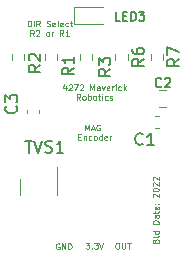
<source format=gbr>
%TF.GenerationSoftware,KiCad,Pcbnew,(6.0.6)*%
%TF.CreationDate,2022-08-09T20:17:38-04:00*%
%TF.ProjectId,4272ShaftEncoder,34323732-5368-4616-9674-456e636f6465,rev?*%
%TF.SameCoordinates,Original*%
%TF.FileFunction,Legend,Top*%
%TF.FilePolarity,Positive*%
%FSLAX46Y46*%
G04 Gerber Fmt 4.6, Leading zero omitted, Abs format (unit mm)*
G04 Created by KiCad (PCBNEW (6.0.6)) date 2022-08-09 20:17:38*
%MOMM*%
%LPD*%
G01*
G04 APERTURE LIST*
%ADD10C,0.125000*%
%ADD11C,0.100000*%
%ADD12C,0.150000*%
%ADD13C,0.120000*%
G04 APERTURE END LIST*
D10*
X150100000Y-90726190D02*
X150195238Y-90726190D01*
X150242857Y-90750000D01*
X150290476Y-90797619D01*
X150314285Y-90892857D01*
X150314285Y-91059523D01*
X150290476Y-91154761D01*
X150242857Y-91202380D01*
X150195238Y-91226190D01*
X150100000Y-91226190D01*
X150052380Y-91202380D01*
X150004761Y-91154761D01*
X149980952Y-91059523D01*
X149980952Y-90892857D01*
X150004761Y-90797619D01*
X150052380Y-90750000D01*
X150100000Y-90726190D01*
X150528571Y-90726190D02*
X150528571Y-91130952D01*
X150552380Y-91178571D01*
X150576190Y-91202380D01*
X150623809Y-91226190D01*
X150719047Y-91226190D01*
X150766666Y-91202380D01*
X150790476Y-91178571D01*
X150814285Y-91130952D01*
X150814285Y-90726190D01*
X150980952Y-90726190D02*
X151266666Y-90726190D01*
X151123809Y-91226190D02*
X151123809Y-90726190D01*
X147461904Y-90726190D02*
X147771428Y-90726190D01*
X147604761Y-90916666D01*
X147676190Y-90916666D01*
X147723809Y-90940476D01*
X147747619Y-90964285D01*
X147771428Y-91011904D01*
X147771428Y-91130952D01*
X147747619Y-91178571D01*
X147723809Y-91202380D01*
X147676190Y-91226190D01*
X147533333Y-91226190D01*
X147485714Y-91202380D01*
X147461904Y-91178571D01*
X147985714Y-91178571D02*
X148009523Y-91202380D01*
X147985714Y-91226190D01*
X147961904Y-91202380D01*
X147985714Y-91178571D01*
X147985714Y-91226190D01*
X148176190Y-90726190D02*
X148485714Y-90726190D01*
X148319047Y-90916666D01*
X148390476Y-90916666D01*
X148438095Y-90940476D01*
X148461904Y-90964285D01*
X148485714Y-91011904D01*
X148485714Y-91130952D01*
X148461904Y-91178571D01*
X148438095Y-91202380D01*
X148390476Y-91226190D01*
X148247619Y-91226190D01*
X148200000Y-91202380D01*
X148176190Y-91178571D01*
X148628571Y-90726190D02*
X148795238Y-91226190D01*
X148961904Y-90726190D01*
X145219047Y-90800000D02*
X145171428Y-90776190D01*
X145100000Y-90776190D01*
X145028571Y-90800000D01*
X144980952Y-90847619D01*
X144957142Y-90895238D01*
X144933333Y-90990476D01*
X144933333Y-91061904D01*
X144957142Y-91157142D01*
X144980952Y-91204761D01*
X145028571Y-91252380D01*
X145100000Y-91276190D01*
X145147619Y-91276190D01*
X145219047Y-91252380D01*
X145242857Y-91228571D01*
X145242857Y-91061904D01*
X145147619Y-91061904D01*
X145457142Y-91276190D02*
X145457142Y-90776190D01*
X145742857Y-91276190D01*
X145742857Y-90776190D01*
X145980952Y-91276190D02*
X145980952Y-90776190D01*
X146100000Y-90776190D01*
X146171428Y-90800000D01*
X146219047Y-90847619D01*
X146242857Y-90895238D01*
X146266666Y-90990476D01*
X146266666Y-91061904D01*
X146242857Y-91157142D01*
X146219047Y-91204761D01*
X146171428Y-91252380D01*
X146100000Y-91276190D01*
X145980952Y-91276190D01*
X142554761Y-72423690D02*
X142554761Y-71923690D01*
X142673809Y-71923690D01*
X142745238Y-71947500D01*
X142792857Y-71995119D01*
X142816666Y-72042738D01*
X142840476Y-72137976D01*
X142840476Y-72209404D01*
X142816666Y-72304642D01*
X142792857Y-72352261D01*
X142745238Y-72399880D01*
X142673809Y-72423690D01*
X142554761Y-72423690D01*
X143054761Y-72423690D02*
X143054761Y-71923690D01*
X143578571Y-72423690D02*
X143411904Y-72185595D01*
X143292857Y-72423690D02*
X143292857Y-71923690D01*
X143483333Y-71923690D01*
X143530952Y-71947500D01*
X143554761Y-71971309D01*
X143578571Y-72018928D01*
X143578571Y-72090357D01*
X143554761Y-72137976D01*
X143530952Y-72161785D01*
X143483333Y-72185595D01*
X143292857Y-72185595D01*
X144150000Y-72399880D02*
X144221428Y-72423690D01*
X144340476Y-72423690D01*
X144388095Y-72399880D01*
X144411904Y-72376071D01*
X144435714Y-72328452D01*
X144435714Y-72280833D01*
X144411904Y-72233214D01*
X144388095Y-72209404D01*
X144340476Y-72185595D01*
X144245238Y-72161785D01*
X144197619Y-72137976D01*
X144173809Y-72114166D01*
X144150000Y-72066547D01*
X144150000Y-72018928D01*
X144173809Y-71971309D01*
X144197619Y-71947500D01*
X144245238Y-71923690D01*
X144364285Y-71923690D01*
X144435714Y-71947500D01*
X144840476Y-72399880D02*
X144792857Y-72423690D01*
X144697619Y-72423690D01*
X144650000Y-72399880D01*
X144626190Y-72352261D01*
X144626190Y-72161785D01*
X144650000Y-72114166D01*
X144697619Y-72090357D01*
X144792857Y-72090357D01*
X144840476Y-72114166D01*
X144864285Y-72161785D01*
X144864285Y-72209404D01*
X144626190Y-72257023D01*
X145150000Y-72423690D02*
X145102380Y-72399880D01*
X145078571Y-72352261D01*
X145078571Y-71923690D01*
X145530952Y-72399880D02*
X145483333Y-72423690D01*
X145388095Y-72423690D01*
X145340476Y-72399880D01*
X145316666Y-72352261D01*
X145316666Y-72161785D01*
X145340476Y-72114166D01*
X145388095Y-72090357D01*
X145483333Y-72090357D01*
X145530952Y-72114166D01*
X145554761Y-72161785D01*
X145554761Y-72209404D01*
X145316666Y-72257023D01*
X145983333Y-72399880D02*
X145935714Y-72423690D01*
X145840476Y-72423690D01*
X145792857Y-72399880D01*
X145769047Y-72376071D01*
X145745238Y-72328452D01*
X145745238Y-72185595D01*
X145769047Y-72137976D01*
X145792857Y-72114166D01*
X145840476Y-72090357D01*
X145935714Y-72090357D01*
X145983333Y-72114166D01*
X146126190Y-72090357D02*
X146316666Y-72090357D01*
X146197619Y-71923690D02*
X146197619Y-72352261D01*
X146221428Y-72399880D01*
X146269047Y-72423690D01*
X146316666Y-72423690D01*
X143066666Y-73228690D02*
X142900000Y-72990595D01*
X142780952Y-73228690D02*
X142780952Y-72728690D01*
X142971428Y-72728690D01*
X143019047Y-72752500D01*
X143042857Y-72776309D01*
X143066666Y-72823928D01*
X143066666Y-72895357D01*
X143042857Y-72942976D01*
X143019047Y-72966785D01*
X142971428Y-72990595D01*
X142780952Y-72990595D01*
X143257142Y-72776309D02*
X143280952Y-72752500D01*
X143328571Y-72728690D01*
X143447619Y-72728690D01*
X143495238Y-72752500D01*
X143519047Y-72776309D01*
X143542857Y-72823928D01*
X143542857Y-72871547D01*
X143519047Y-72942976D01*
X143233333Y-73228690D01*
X143542857Y-73228690D01*
X144209523Y-73228690D02*
X144161904Y-73204880D01*
X144138095Y-73181071D01*
X144114285Y-73133452D01*
X144114285Y-72990595D01*
X144138095Y-72942976D01*
X144161904Y-72919166D01*
X144209523Y-72895357D01*
X144280952Y-72895357D01*
X144328571Y-72919166D01*
X144352380Y-72942976D01*
X144376190Y-72990595D01*
X144376190Y-73133452D01*
X144352380Y-73181071D01*
X144328571Y-73204880D01*
X144280952Y-73228690D01*
X144209523Y-73228690D01*
X144590476Y-73228690D02*
X144590476Y-72895357D01*
X144590476Y-72990595D02*
X144614285Y-72942976D01*
X144638095Y-72919166D01*
X144685714Y-72895357D01*
X144733333Y-72895357D01*
X145566666Y-73228690D02*
X145400000Y-72990595D01*
X145280952Y-73228690D02*
X145280952Y-72728690D01*
X145471428Y-72728690D01*
X145519047Y-72752500D01*
X145542857Y-72776309D01*
X145566666Y-72823928D01*
X145566666Y-72895357D01*
X145542857Y-72942976D01*
X145519047Y-72966785D01*
X145471428Y-72990595D01*
X145280952Y-72990595D01*
X146042857Y-73228690D02*
X145757142Y-73228690D01*
X145900000Y-73228690D02*
X145900000Y-72728690D01*
X145852380Y-72800119D01*
X145804761Y-72847738D01*
X145757142Y-72871547D01*
X153364285Y-90557142D02*
X153388095Y-90485714D01*
X153411904Y-90461904D01*
X153459523Y-90438095D01*
X153530952Y-90438095D01*
X153578571Y-90461904D01*
X153602380Y-90485714D01*
X153626190Y-90533333D01*
X153626190Y-90723809D01*
X153126190Y-90723809D01*
X153126190Y-90557142D01*
X153150000Y-90509523D01*
X153173809Y-90485714D01*
X153221428Y-90461904D01*
X153269047Y-90461904D01*
X153316666Y-90485714D01*
X153340476Y-90509523D01*
X153364285Y-90557142D01*
X153364285Y-90723809D01*
X153626190Y-90152380D02*
X153602380Y-90200000D01*
X153554761Y-90223809D01*
X153126190Y-90223809D01*
X153626190Y-89747619D02*
X153126190Y-89747619D01*
X153602380Y-89747619D02*
X153626190Y-89795238D01*
X153626190Y-89890476D01*
X153602380Y-89938095D01*
X153578571Y-89961904D01*
X153530952Y-89985714D01*
X153388095Y-89985714D01*
X153340476Y-89961904D01*
X153316666Y-89938095D01*
X153292857Y-89890476D01*
X153292857Y-89795238D01*
X153316666Y-89747619D01*
X153626190Y-89128571D02*
X153126190Y-89128571D01*
X153126190Y-89009523D01*
X153150000Y-88938095D01*
X153197619Y-88890476D01*
X153245238Y-88866666D01*
X153340476Y-88842857D01*
X153411904Y-88842857D01*
X153507142Y-88866666D01*
X153554761Y-88890476D01*
X153602380Y-88938095D01*
X153626190Y-89009523D01*
X153626190Y-89128571D01*
X153626190Y-88414285D02*
X153364285Y-88414285D01*
X153316666Y-88438095D01*
X153292857Y-88485714D01*
X153292857Y-88580952D01*
X153316666Y-88628571D01*
X153602380Y-88414285D02*
X153626190Y-88461904D01*
X153626190Y-88580952D01*
X153602380Y-88628571D01*
X153554761Y-88652380D01*
X153507142Y-88652380D01*
X153459523Y-88628571D01*
X153435714Y-88580952D01*
X153435714Y-88461904D01*
X153411904Y-88414285D01*
X153292857Y-88247619D02*
X153292857Y-88057142D01*
X153126190Y-88176190D02*
X153554761Y-88176190D01*
X153602380Y-88152380D01*
X153626190Y-88104761D01*
X153626190Y-88057142D01*
X153602380Y-87700000D02*
X153626190Y-87747619D01*
X153626190Y-87842857D01*
X153602380Y-87890476D01*
X153554761Y-87914285D01*
X153364285Y-87914285D01*
X153316666Y-87890476D01*
X153292857Y-87842857D01*
X153292857Y-87747619D01*
X153316666Y-87700000D01*
X153364285Y-87676190D01*
X153411904Y-87676190D01*
X153459523Y-87914285D01*
X153578571Y-87461904D02*
X153602380Y-87438095D01*
X153626190Y-87461904D01*
X153602380Y-87485714D01*
X153578571Y-87461904D01*
X153626190Y-87461904D01*
X153316666Y-87461904D02*
X153340476Y-87438095D01*
X153364285Y-87461904D01*
X153340476Y-87485714D01*
X153316666Y-87461904D01*
X153364285Y-87461904D01*
X153173809Y-86866666D02*
X153150000Y-86842857D01*
X153126190Y-86795238D01*
X153126190Y-86676190D01*
X153150000Y-86628571D01*
X153173809Y-86604761D01*
X153221428Y-86580952D01*
X153269047Y-86580952D01*
X153340476Y-86604761D01*
X153626190Y-86890476D01*
X153626190Y-86580952D01*
X153126190Y-86271428D02*
X153126190Y-86223809D01*
X153150000Y-86176190D01*
X153173809Y-86152380D01*
X153221428Y-86128571D01*
X153316666Y-86104761D01*
X153435714Y-86104761D01*
X153530952Y-86128571D01*
X153578571Y-86152380D01*
X153602380Y-86176190D01*
X153626190Y-86223809D01*
X153626190Y-86271428D01*
X153602380Y-86319047D01*
X153578571Y-86342857D01*
X153530952Y-86366666D01*
X153435714Y-86390476D01*
X153316666Y-86390476D01*
X153221428Y-86366666D01*
X153173809Y-86342857D01*
X153150000Y-86319047D01*
X153126190Y-86271428D01*
X153173809Y-85914285D02*
X153150000Y-85890476D01*
X153126190Y-85842857D01*
X153126190Y-85723809D01*
X153150000Y-85676190D01*
X153173809Y-85652380D01*
X153221428Y-85628571D01*
X153269047Y-85628571D01*
X153340476Y-85652380D01*
X153626190Y-85938095D01*
X153626190Y-85628571D01*
X153173809Y-85438095D02*
X153150000Y-85414285D01*
X153126190Y-85366666D01*
X153126190Y-85247619D01*
X153150000Y-85200000D01*
X153173809Y-85176190D01*
X153221428Y-85152380D01*
X153269047Y-85152380D01*
X153340476Y-85176190D01*
X153626190Y-85461904D01*
X153626190Y-85152380D01*
X147378571Y-81223690D02*
X147378571Y-80723690D01*
X147545238Y-81080833D01*
X147711904Y-80723690D01*
X147711904Y-81223690D01*
X147926190Y-81080833D02*
X148164285Y-81080833D01*
X147878571Y-81223690D02*
X148045238Y-80723690D01*
X148211904Y-81223690D01*
X148640476Y-80747500D02*
X148592857Y-80723690D01*
X148521428Y-80723690D01*
X148450000Y-80747500D01*
X148402380Y-80795119D01*
X148378571Y-80842738D01*
X148354761Y-80937976D01*
X148354761Y-81009404D01*
X148378571Y-81104642D01*
X148402380Y-81152261D01*
X148450000Y-81199880D01*
X148521428Y-81223690D01*
X148569047Y-81223690D01*
X148640476Y-81199880D01*
X148664285Y-81176071D01*
X148664285Y-81009404D01*
X148569047Y-81009404D01*
X146830952Y-81766785D02*
X146997619Y-81766785D01*
X147069047Y-82028690D02*
X146830952Y-82028690D01*
X146830952Y-81528690D01*
X147069047Y-81528690D01*
X147283333Y-81695357D02*
X147283333Y-82028690D01*
X147283333Y-81742976D02*
X147307142Y-81719166D01*
X147354761Y-81695357D01*
X147426190Y-81695357D01*
X147473809Y-81719166D01*
X147497619Y-81766785D01*
X147497619Y-82028690D01*
X147950000Y-82004880D02*
X147902380Y-82028690D01*
X147807142Y-82028690D01*
X147759523Y-82004880D01*
X147735714Y-81981071D01*
X147711904Y-81933452D01*
X147711904Y-81790595D01*
X147735714Y-81742976D01*
X147759523Y-81719166D01*
X147807142Y-81695357D01*
X147902380Y-81695357D01*
X147950000Y-81719166D01*
X148235714Y-82028690D02*
X148188095Y-82004880D01*
X148164285Y-81981071D01*
X148140476Y-81933452D01*
X148140476Y-81790595D01*
X148164285Y-81742976D01*
X148188095Y-81719166D01*
X148235714Y-81695357D01*
X148307142Y-81695357D01*
X148354761Y-81719166D01*
X148378571Y-81742976D01*
X148402380Y-81790595D01*
X148402380Y-81933452D01*
X148378571Y-81981071D01*
X148354761Y-82004880D01*
X148307142Y-82028690D01*
X148235714Y-82028690D01*
X148830952Y-82028690D02*
X148830952Y-81528690D01*
X148830952Y-82004880D02*
X148783333Y-82028690D01*
X148688095Y-82028690D01*
X148640476Y-82004880D01*
X148616666Y-81981071D01*
X148592857Y-81933452D01*
X148592857Y-81790595D01*
X148616666Y-81742976D01*
X148640476Y-81719166D01*
X148688095Y-81695357D01*
X148783333Y-81695357D01*
X148830952Y-81719166D01*
X149259523Y-82004880D02*
X149211904Y-82028690D01*
X149116666Y-82028690D01*
X149069047Y-82004880D01*
X149045238Y-81957261D01*
X149045238Y-81766785D01*
X149069047Y-81719166D01*
X149116666Y-81695357D01*
X149211904Y-81695357D01*
X149259523Y-81719166D01*
X149283333Y-81766785D01*
X149283333Y-81814404D01*
X149045238Y-81862023D01*
X149497619Y-82028690D02*
X149497619Y-81695357D01*
X149497619Y-81790595D02*
X149521428Y-81742976D01*
X149545238Y-81719166D01*
X149592857Y-81695357D01*
X149640476Y-81695357D01*
D11*
X145783333Y-77490357D02*
X145783333Y-77823690D01*
X145664285Y-77299880D02*
X145545238Y-77657023D01*
X145854761Y-77657023D01*
X146021428Y-77371309D02*
X146045238Y-77347500D01*
X146092857Y-77323690D01*
X146211904Y-77323690D01*
X146259523Y-77347500D01*
X146283333Y-77371309D01*
X146307142Y-77418928D01*
X146307142Y-77466547D01*
X146283333Y-77537976D01*
X145997619Y-77823690D01*
X146307142Y-77823690D01*
X146473809Y-77323690D02*
X146807142Y-77323690D01*
X146592857Y-77823690D01*
X146973809Y-77371309D02*
X146997619Y-77347500D01*
X147045238Y-77323690D01*
X147164285Y-77323690D01*
X147211904Y-77347500D01*
X147235714Y-77371309D01*
X147259523Y-77418928D01*
X147259523Y-77466547D01*
X147235714Y-77537976D01*
X146950000Y-77823690D01*
X147259523Y-77823690D01*
X147854761Y-77823690D02*
X147854761Y-77323690D01*
X148021428Y-77680833D01*
X148188095Y-77323690D01*
X148188095Y-77823690D01*
X148640476Y-77823690D02*
X148640476Y-77561785D01*
X148616666Y-77514166D01*
X148569047Y-77490357D01*
X148473809Y-77490357D01*
X148426190Y-77514166D01*
X148640476Y-77799880D02*
X148592857Y-77823690D01*
X148473809Y-77823690D01*
X148426190Y-77799880D01*
X148402380Y-77752261D01*
X148402380Y-77704642D01*
X148426190Y-77657023D01*
X148473809Y-77633214D01*
X148592857Y-77633214D01*
X148640476Y-77609404D01*
X148830952Y-77490357D02*
X148950000Y-77823690D01*
X149069047Y-77490357D01*
X149450000Y-77799880D02*
X149402380Y-77823690D01*
X149307142Y-77823690D01*
X149259523Y-77799880D01*
X149235714Y-77752261D01*
X149235714Y-77561785D01*
X149259523Y-77514166D01*
X149307142Y-77490357D01*
X149402380Y-77490357D01*
X149450000Y-77514166D01*
X149473809Y-77561785D01*
X149473809Y-77609404D01*
X149235714Y-77657023D01*
X149688095Y-77823690D02*
X149688095Y-77490357D01*
X149688095Y-77585595D02*
X149711904Y-77537976D01*
X149735714Y-77514166D01*
X149783333Y-77490357D01*
X149830952Y-77490357D01*
X149997619Y-77823690D02*
X149997619Y-77490357D01*
X149997619Y-77323690D02*
X149973809Y-77347500D01*
X149997619Y-77371309D01*
X150021428Y-77347500D01*
X149997619Y-77323690D01*
X149997619Y-77371309D01*
X150450000Y-77799880D02*
X150402380Y-77823690D01*
X150307142Y-77823690D01*
X150259523Y-77799880D01*
X150235714Y-77776071D01*
X150211904Y-77728452D01*
X150211904Y-77585595D01*
X150235714Y-77537976D01*
X150259523Y-77514166D01*
X150307142Y-77490357D01*
X150402380Y-77490357D01*
X150450000Y-77514166D01*
X150664285Y-77823690D02*
X150664285Y-77323690D01*
X150711904Y-77633214D02*
X150854761Y-77823690D01*
X150854761Y-77490357D02*
X150664285Y-77680833D01*
X146997619Y-78628690D02*
X146830952Y-78390595D01*
X146711904Y-78628690D02*
X146711904Y-78128690D01*
X146902380Y-78128690D01*
X146950000Y-78152500D01*
X146973809Y-78176309D01*
X146997619Y-78223928D01*
X146997619Y-78295357D01*
X146973809Y-78342976D01*
X146950000Y-78366785D01*
X146902380Y-78390595D01*
X146711904Y-78390595D01*
X147283333Y-78628690D02*
X147235714Y-78604880D01*
X147211904Y-78581071D01*
X147188095Y-78533452D01*
X147188095Y-78390595D01*
X147211904Y-78342976D01*
X147235714Y-78319166D01*
X147283333Y-78295357D01*
X147354761Y-78295357D01*
X147402380Y-78319166D01*
X147426190Y-78342976D01*
X147450000Y-78390595D01*
X147450000Y-78533452D01*
X147426190Y-78581071D01*
X147402380Y-78604880D01*
X147354761Y-78628690D01*
X147283333Y-78628690D01*
X147664285Y-78628690D02*
X147664285Y-78128690D01*
X147664285Y-78319166D02*
X147711904Y-78295357D01*
X147807142Y-78295357D01*
X147854761Y-78319166D01*
X147878571Y-78342976D01*
X147902380Y-78390595D01*
X147902380Y-78533452D01*
X147878571Y-78581071D01*
X147854761Y-78604880D01*
X147807142Y-78628690D01*
X147711904Y-78628690D01*
X147664285Y-78604880D01*
X148188095Y-78628690D02*
X148140476Y-78604880D01*
X148116666Y-78581071D01*
X148092857Y-78533452D01*
X148092857Y-78390595D01*
X148116666Y-78342976D01*
X148140476Y-78319166D01*
X148188095Y-78295357D01*
X148259523Y-78295357D01*
X148307142Y-78319166D01*
X148330952Y-78342976D01*
X148354761Y-78390595D01*
X148354761Y-78533452D01*
X148330952Y-78581071D01*
X148307142Y-78604880D01*
X148259523Y-78628690D01*
X148188095Y-78628690D01*
X148497619Y-78295357D02*
X148688095Y-78295357D01*
X148569047Y-78128690D02*
X148569047Y-78557261D01*
X148592857Y-78604880D01*
X148640476Y-78628690D01*
X148688095Y-78628690D01*
X148854761Y-78628690D02*
X148854761Y-78295357D01*
X148854761Y-78128690D02*
X148830952Y-78152500D01*
X148854761Y-78176309D01*
X148878571Y-78152500D01*
X148854761Y-78128690D01*
X148854761Y-78176309D01*
X149307142Y-78604880D02*
X149259523Y-78628690D01*
X149164285Y-78628690D01*
X149116666Y-78604880D01*
X149092857Y-78581071D01*
X149069047Y-78533452D01*
X149069047Y-78390595D01*
X149092857Y-78342976D01*
X149116666Y-78319166D01*
X149164285Y-78295357D01*
X149259523Y-78295357D01*
X149307142Y-78319166D01*
X149497619Y-78604880D02*
X149545238Y-78628690D01*
X149640476Y-78628690D01*
X149688095Y-78604880D01*
X149711904Y-78557261D01*
X149711904Y-78533452D01*
X149688095Y-78485833D01*
X149640476Y-78462023D01*
X149569047Y-78462023D01*
X149521428Y-78438214D01*
X149497619Y-78390595D01*
X149497619Y-78366785D01*
X149521428Y-78319166D01*
X149569047Y-78295357D01*
X149640476Y-78295357D01*
X149688095Y-78319166D01*
D12*
%TO.C,R1*%
X146452380Y-75916666D02*
X145976190Y-76250000D01*
X146452380Y-76488095D02*
X145452380Y-76488095D01*
X145452380Y-76107142D01*
X145500000Y-76011904D01*
X145547619Y-75964285D01*
X145642857Y-75916666D01*
X145785714Y-75916666D01*
X145880952Y-75964285D01*
X145928571Y-76011904D01*
X145976190Y-76107142D01*
X145976190Y-76488095D01*
X146452380Y-74964285D02*
X146452380Y-75535714D01*
X146452380Y-75250000D02*
X145452380Y-75250000D01*
X145595238Y-75345238D01*
X145690476Y-75440476D01*
X145738095Y-75535714D01*
%TO.C,C2*%
X153866666Y-77485714D02*
X153828571Y-77523809D01*
X153714285Y-77561904D01*
X153638095Y-77561904D01*
X153523809Y-77523809D01*
X153447619Y-77447619D01*
X153409523Y-77371428D01*
X153371428Y-77219047D01*
X153371428Y-77104761D01*
X153409523Y-76952380D01*
X153447619Y-76876190D01*
X153523809Y-76800000D01*
X153638095Y-76761904D01*
X153714285Y-76761904D01*
X153828571Y-76800000D01*
X153866666Y-76838095D01*
X154171428Y-76838095D02*
X154209523Y-76800000D01*
X154285714Y-76761904D01*
X154476190Y-76761904D01*
X154552380Y-76800000D01*
X154590476Y-76838095D01*
X154628571Y-76914285D01*
X154628571Y-76990476D01*
X154590476Y-77104761D01*
X154133333Y-77561904D01*
X154628571Y-77561904D01*
%TO.C,TVS1*%
X142333333Y-82102380D02*
X142904761Y-82102380D01*
X142619047Y-83102380D02*
X142619047Y-82102380D01*
X143095238Y-82102380D02*
X143428571Y-83102380D01*
X143761904Y-82102380D01*
X144047619Y-83054761D02*
X144190476Y-83102380D01*
X144428571Y-83102380D01*
X144523809Y-83054761D01*
X144571428Y-83007142D01*
X144619047Y-82911904D01*
X144619047Y-82816666D01*
X144571428Y-82721428D01*
X144523809Y-82673809D01*
X144428571Y-82626190D01*
X144238095Y-82578571D01*
X144142857Y-82530952D01*
X144095238Y-82483333D01*
X144047619Y-82388095D01*
X144047619Y-82292857D01*
X144095238Y-82197619D01*
X144142857Y-82150000D01*
X144238095Y-82102380D01*
X144476190Y-82102380D01*
X144619047Y-82150000D01*
X145571428Y-83102380D02*
X145000000Y-83102380D01*
X145285714Y-83102380D02*
X145285714Y-82102380D01*
X145190476Y-82245238D01*
X145095238Y-82340476D01*
X145000000Y-82388095D01*
%TO.C,R7*%
X155382380Y-75166666D02*
X154906190Y-75500000D01*
X155382380Y-75738095D02*
X154382380Y-75738095D01*
X154382380Y-75357142D01*
X154430000Y-75261904D01*
X154477619Y-75214285D01*
X154572857Y-75166666D01*
X154715714Y-75166666D01*
X154810952Y-75214285D01*
X154858571Y-75261904D01*
X154906190Y-75357142D01*
X154906190Y-75738095D01*
X154382380Y-74833333D02*
X154382380Y-74166666D01*
X155382380Y-74595238D01*
%TO.C,R3*%
X149552380Y-76016666D02*
X149076190Y-76350000D01*
X149552380Y-76588095D02*
X148552380Y-76588095D01*
X148552380Y-76207142D01*
X148600000Y-76111904D01*
X148647619Y-76064285D01*
X148742857Y-76016666D01*
X148885714Y-76016666D01*
X148980952Y-76064285D01*
X149028571Y-76111904D01*
X149076190Y-76207142D01*
X149076190Y-76588095D01*
X148552380Y-75683333D02*
X148552380Y-75064285D01*
X148933333Y-75397619D01*
X148933333Y-75254761D01*
X148980952Y-75159523D01*
X149028571Y-75111904D01*
X149123809Y-75064285D01*
X149361904Y-75064285D01*
X149457142Y-75111904D01*
X149504761Y-75159523D01*
X149552380Y-75254761D01*
X149552380Y-75540476D01*
X149504761Y-75635714D01*
X149457142Y-75683333D01*
%TO.C,LED3*%
X150360714Y-71939285D02*
X150003571Y-71939285D01*
X150003571Y-71189285D01*
X150610714Y-71546428D02*
X150860714Y-71546428D01*
X150967857Y-71939285D02*
X150610714Y-71939285D01*
X150610714Y-71189285D01*
X150967857Y-71189285D01*
X151289285Y-71939285D02*
X151289285Y-71189285D01*
X151467857Y-71189285D01*
X151575000Y-71225000D01*
X151646428Y-71296428D01*
X151682142Y-71367857D01*
X151717857Y-71510714D01*
X151717857Y-71617857D01*
X151682142Y-71760714D01*
X151646428Y-71832142D01*
X151575000Y-71903571D01*
X151467857Y-71939285D01*
X151289285Y-71939285D01*
X151967857Y-71189285D02*
X152432142Y-71189285D01*
X152182142Y-71475000D01*
X152289285Y-71475000D01*
X152360714Y-71510714D01*
X152396428Y-71546428D01*
X152432142Y-71617857D01*
X152432142Y-71796428D01*
X152396428Y-71867857D01*
X152360714Y-71903571D01*
X152289285Y-71939285D01*
X152075000Y-71939285D01*
X152003571Y-71903571D01*
X151967857Y-71867857D01*
%TO.C,C3*%
X141557142Y-79166666D02*
X141604761Y-79214285D01*
X141652380Y-79357142D01*
X141652380Y-79452380D01*
X141604761Y-79595238D01*
X141509523Y-79690476D01*
X141414285Y-79738095D01*
X141223809Y-79785714D01*
X141080952Y-79785714D01*
X140890476Y-79738095D01*
X140795238Y-79690476D01*
X140700000Y-79595238D01*
X140652380Y-79452380D01*
X140652380Y-79357142D01*
X140700000Y-79214285D01*
X140747619Y-79166666D01*
X140652380Y-78833333D02*
X140652380Y-78214285D01*
X141033333Y-78547619D01*
X141033333Y-78404761D01*
X141080952Y-78309523D01*
X141128571Y-78261904D01*
X141223809Y-78214285D01*
X141461904Y-78214285D01*
X141557142Y-78261904D01*
X141604761Y-78309523D01*
X141652380Y-78404761D01*
X141652380Y-78690476D01*
X141604761Y-78785714D01*
X141557142Y-78833333D01*
%TO.C,R6*%
X152382380Y-75166666D02*
X151906190Y-75500000D01*
X152382380Y-75738095D02*
X151382380Y-75738095D01*
X151382380Y-75357142D01*
X151430000Y-75261904D01*
X151477619Y-75214285D01*
X151572857Y-75166666D01*
X151715714Y-75166666D01*
X151810952Y-75214285D01*
X151858571Y-75261904D01*
X151906190Y-75357142D01*
X151906190Y-75738095D01*
X151382380Y-74309523D02*
X151382380Y-74500000D01*
X151430000Y-74595238D01*
X151477619Y-74642857D01*
X151620476Y-74738095D01*
X151810952Y-74785714D01*
X152191904Y-74785714D01*
X152287142Y-74738095D01*
X152334761Y-74690476D01*
X152382380Y-74595238D01*
X152382380Y-74404761D01*
X152334761Y-74309523D01*
X152287142Y-74261904D01*
X152191904Y-74214285D01*
X151953809Y-74214285D01*
X151858571Y-74261904D01*
X151810952Y-74309523D01*
X151763333Y-74404761D01*
X151763333Y-74595238D01*
X151810952Y-74690476D01*
X151858571Y-74738095D01*
X151953809Y-74785714D01*
%TO.C,R2*%
X143632380Y-75666666D02*
X143156190Y-76000000D01*
X143632380Y-76238095D02*
X142632380Y-76238095D01*
X142632380Y-75857142D01*
X142680000Y-75761904D01*
X142727619Y-75714285D01*
X142822857Y-75666666D01*
X142965714Y-75666666D01*
X143060952Y-75714285D01*
X143108571Y-75761904D01*
X143156190Y-75857142D01*
X143156190Y-76238095D01*
X142727619Y-75285714D02*
X142680000Y-75238095D01*
X142632380Y-75142857D01*
X142632380Y-74904761D01*
X142680000Y-74809523D01*
X142727619Y-74761904D01*
X142822857Y-74714285D01*
X142918095Y-74714285D01*
X143060952Y-74761904D01*
X143632380Y-75333333D01*
X143632380Y-74714285D01*
%TO.C,C1*%
X152283333Y-82357142D02*
X152235714Y-82404761D01*
X152092857Y-82452380D01*
X151997619Y-82452380D01*
X151854761Y-82404761D01*
X151759523Y-82309523D01*
X151711904Y-82214285D01*
X151664285Y-82023809D01*
X151664285Y-81880952D01*
X151711904Y-81690476D01*
X151759523Y-81595238D01*
X151854761Y-81500000D01*
X151997619Y-81452380D01*
X152092857Y-81452380D01*
X152235714Y-81500000D01*
X152283333Y-81547619D01*
X153235714Y-82452380D02*
X152664285Y-82452380D01*
X152950000Y-82452380D02*
X152950000Y-81452380D01*
X152854761Y-81595238D01*
X152759523Y-81690476D01*
X152664285Y-81738095D01*
D13*
%TO.C,R1*%
X143977500Y-75254724D02*
X143977500Y-74745276D01*
X145022500Y-75254724D02*
X145022500Y-74745276D01*
%TO.C,C2*%
X153701248Y-79235000D02*
X154223752Y-79235000D01*
X153701248Y-77765000D02*
X154223752Y-77765000D01*
%TO.C,TVS1*%
X141940000Y-86000000D02*
X141940000Y-86650000D01*
X145060000Y-86000000D02*
X145060000Y-84325000D01*
X145060000Y-86000000D02*
X145060000Y-86650000D01*
X141940000Y-86000000D02*
X141940000Y-85350000D01*
%TO.C,R7*%
X152977500Y-74745276D02*
X152977500Y-75254724D01*
X154022500Y-74745276D02*
X154022500Y-75254724D01*
%TO.C,R3*%
X146977500Y-75254724D02*
X146977500Y-74745276D01*
X148022500Y-75254724D02*
X148022500Y-74745276D01*
%TO.C,LED3*%
X148925000Y-70765000D02*
X146465000Y-70765000D01*
X146465000Y-70765000D02*
X146465000Y-72235000D01*
X146465000Y-72235000D02*
X148925000Y-72235000D01*
%TO.C,C3*%
X143510000Y-79783767D02*
X143510000Y-79491233D01*
X142490000Y-79783767D02*
X142490000Y-79491233D01*
%TO.C,R6*%
X151022500Y-74745276D02*
X151022500Y-75254724D01*
X149977500Y-74745276D02*
X149977500Y-75254724D01*
%TO.C,R2*%
X141227500Y-74745276D02*
X141227500Y-75254724D01*
X142272500Y-74745276D02*
X142272500Y-75254724D01*
%TO.C,C1*%
X153353733Y-81010000D02*
X153646267Y-81010000D01*
X153353733Y-79990000D02*
X153646267Y-79990000D01*
%TD*%
M02*

</source>
